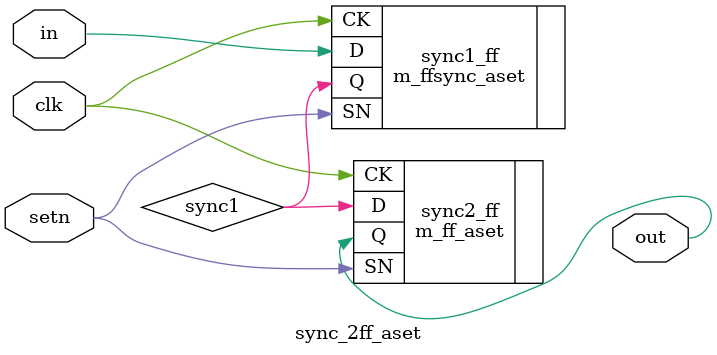
<source format=v>
module sync_2ff_aset (
  input  setn,
  input  clk,
  input  in,
  output out
);
   wire sync1;

   m_ffsync_aset sync1_ff (.D(in)   , .CK(clk),  .SN(setn), .Q(sync1));
   m_ff_aset     sync2_ff (.D(sync1), .CK(clk ), .SN(setn), .Q(out));

 endmodule

</source>
